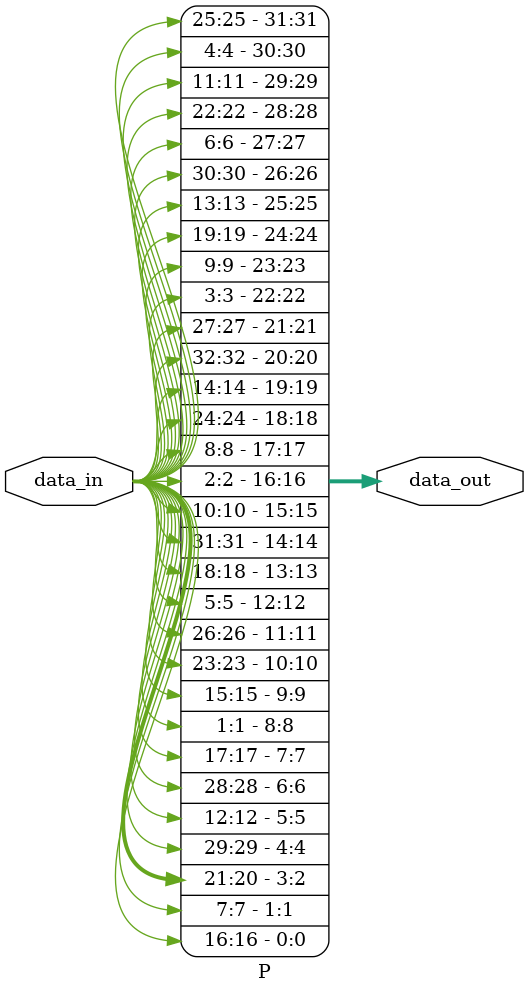
<source format=v>
module P
(
 input [32:1] data_in,
 output [32:1] data_out
);

assign data_out[1]  = data_in[16];
assign data_out[2]  = data_in[7];
assign data_out[3]  = data_in[20];
assign data_out[4]  = data_in[21];
assign data_out[5]  = data_in[29];
assign data_out[6]  = data_in[12];
assign data_out[7]  = data_in[28];
assign data_out[8]  = data_in[17];
assign data_out[9]  = data_in[1];
assign data_out[10] = data_in[15];
assign data_out[11] = data_in[23];
assign data_out[12] = data_in[26];
assign data_out[13] = data_in[5];
assign data_out[14] = data_in[18];
assign data_out[15] = data_in[31];
assign data_out[16] = data_in[10];
assign data_out[17] = data_in[2];
assign data_out[18] = data_in[8];
assign data_out[19] = data_in[24];
assign data_out[20] = data_in[14];
assign data_out[21] = data_in[32];
assign data_out[22] = data_in[27];
assign data_out[23] = data_in[3];
assign data_out[24] = data_in[9];
assign data_out[25] = data_in[19];
assign data_out[26] = data_in[13];
assign data_out[27] = data_in[30];
assign data_out[28] = data_in[6];
assign data_out[29] = data_in[22];
assign data_out[30] = data_in[11];
assign data_out[31] = data_in[4];
assign data_out[32] = data_in[25];

endmodule

</source>
